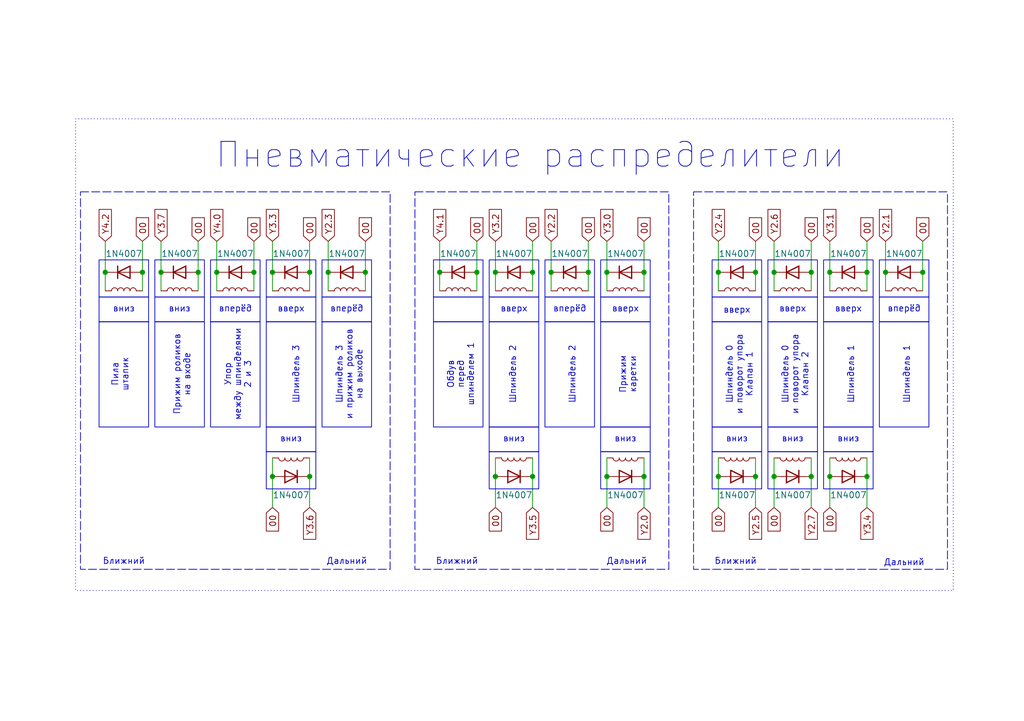
<source format=kicad_sch>
(kicad_sch (version 20231120) (generator "eeschema") (generator_version "8.0")
  (paper "A5")
  (title_block (title "Okoma") (date "08/2024") (rev "1.0"))
  (lib_symbols
    (symbol "Device:D" (pin_numbers hide) (pin_names (offset 1.016) hide)
      (property "Reference" "D" (at 0 2.54 0))
      (property "Value" "D" (at 0 -2.54 0))
      (symbol "D_0_1"
        (polyline (pts (xy -1.27 1.27) (xy -1.27 -1.27)) (stroke (width 0.254)))
        (polyline (pts (xy 1.27 0) (xy -1.27 0)))
        (polyline (pts (xy 1.27 1.27) (xy 1.27 -1.27) (xy -1.27 0) (xy 1.27 1.27)) (stroke (width 0.254)))
      )
      (symbol "D_1_1"
        (pin passive line (at -3.81 0 0) (length 2.54) (name "K") (number "1"))
        (pin passive line (at 3.81 0 180) (length 2.54) (name "A") (number "2"))
      )
    )
    (symbol "Device:L" (pin_numbers hide) (pin_names (offset 1.016) hide)
      (property "Reference" "L" (at -1.27 0 90))
      (property "Value" "L" (at 1.905 0 90))
      (symbol "L_0_1"
        (arc (start 0 -2.54) (mid 0.6323 -1.905) (end 0 -1.27))
        (arc (start 0 -1.27) (mid 0.6323 -0.635) (end 0 0))
        (arc (start 0 0) (mid 0.6323 0.635) (end 0 1.27))
        (arc (start 0 1.27) (mid 0.6323 1.905) (end 0 2.54))
      )
      (symbol "L_1_1"
        (pin passive line (at 0 3.81 270) (length 1.27) (name "1") (number "1"))
        (pin passive line (at 0 -3.81 90) (length 1.27) (name "2") (number "2"))
      )
    )
  )
  (junction (at 55.88 55.88))
  (junction (at 63.5 97.79))
  (junction (at 158.75 55.88))
  (junction (at 132.08 55.88))
  (junction (at 101.6 55.88))
  (junction (at 97.79 55.88))
  (junction (at 132.08 97.79))
  (junction (at 33.02 55.88))
  (junction (at 63.5 55.88))
  (junction (at 124.46 97.79))
  (junction (at 113.03 55.88))
  (junction (at 21.59 55.88))
  (junction (at 67.31 55.88))
  (junction (at 170.18 97.79))
  (junction (at 166.37 55.88))
  (junction (at 147.32 97.79))
  (junction (at 109.22 55.88))
  (junction (at 55.88 97.79))
  (junction (at 177.8 97.79))
  (junction (at 158.75 97.79))
  (junction (at 109.22 97.79))
  (junction (at 124.46 55.88))
  (junction (at 166.37 97.79))
  (junction (at 120.65 55.88))
  (junction (at 101.6 97.79))
  (junction (at 147.32 55.88))
  (junction (at 52.07 55.88))
  (junction (at 170.18 55.88))
  (junction (at 40.64 55.88))
  (junction (at 181.61 55.88))
  (junction (at 29.21 55.88))
  (junction (at 154.94 55.88))
  (junction (at 44.45 55.88))
  (junction (at 177.8 55.88))
  (junction (at 90.17 55.88))
  (junction (at 189.23 55.88))
  (junction (at 154.94 97.79))
  (junction (at 74.93 55.88))
  (wire (pts (xy 158.75 55.88) (xy 158.75 59.69)))
  (wire (pts (xy 109.22 104.14) (xy 109.22 97.79)))
  (wire (pts (xy 177.8 97.79) (xy 177.8 93.98)))
  (wire (pts (xy 147.32 97.79) (xy 147.32 93.98)))
  (wire (pts (xy 33.02 55.88) (xy 33.02 59.69)))
  (wire (pts (xy 44.45 49.53) (xy 44.45 55.88)))
  (wire (pts (xy 181.61 49.53) (xy 181.61 55.88)))
  (wire (pts (xy 132.08 49.53) (xy 132.08 55.88)))
  (wire (pts (xy 158.75 49.53) (xy 158.75 55.88)))
  (wire (pts (xy 52.07 49.53) (xy 52.07 55.88)))
  (wire (pts (xy 29.21 55.88) (xy 29.21 59.69)))
  (wire (pts (xy 170.18 104.14) (xy 170.18 97.79)))
  (wire (pts (xy 177.8 104.14) (xy 177.8 97.79)))
  (wire (pts (xy 109.22 55.88) (xy 109.22 59.69)))
  (wire (pts (xy 63.5 49.53) (xy 63.5 55.88)))
  (wire (pts (xy 63.5 55.88) (xy 63.5 59.69)))
  (wire (pts (xy 154.94 55.88) (xy 154.94 59.69)))
  (wire (pts (xy 158.75 104.14) (xy 158.75 97.79)))
  (wire (pts (xy 74.93 49.53) (xy 74.93 55.88)))
  (wire (pts (xy 170.18 97.79) (xy 170.18 93.98)))
  (wire (pts (xy 90.17 49.53) (xy 90.17 55.88)))
  (wire (pts (xy 29.21 49.53) (xy 29.21 55.88)))
  (wire (pts (xy 166.37 55.88) (xy 166.37 59.69)))
  (wire (pts (xy 74.93 55.88) (xy 74.93 59.69)))
  (wire (pts (xy 113.03 49.53) (xy 113.03 55.88)))
  (wire (pts (xy 63.5 97.79) (xy 63.5 93.98)))
  (wire (pts (xy 189.23 55.88) (xy 189.23 59.69)))
  (wire (pts (xy 101.6 97.79) (xy 101.6 93.98)))
  (wire (pts (xy 63.5 104.14) (xy 63.5 97.79)))
  (wire (pts (xy 124.46 49.53) (xy 124.46 55.88)))
  (wire (pts (xy 67.31 49.53) (xy 67.31 55.88)))
  (wire (pts (xy 120.65 49.53) (xy 120.65 55.88)))
  (wire (pts (xy 132.08 55.88) (xy 132.08 59.69)))
  (wire (pts (xy 55.88 55.88) (xy 55.88 59.69)))
  (wire (pts (xy 132.08 104.14) (xy 132.08 97.79)))
  (wire (pts (xy 147.32 55.88) (xy 147.32 59.69)))
  (wire (pts (xy 90.17 55.88) (xy 90.17 59.69)))
  (wire (pts (xy 124.46 55.88) (xy 124.46 59.69)))
  (wire (pts (xy 109.22 97.79) (xy 109.22 93.98)))
  (wire (pts (xy 154.94 49.53) (xy 154.94 55.88)))
  (wire (pts (xy 44.45 55.88) (xy 44.45 59.69)))
  (wire (pts (xy 177.8 55.88) (xy 177.8 59.69)))
  (wire (pts (xy 170.18 49.53) (xy 170.18 55.88)))
  (wire (pts (xy 181.61 55.88) (xy 181.61 59.69)))
  (wire (pts (xy 124.46 104.14) (xy 124.46 97.79)))
  (wire (pts (xy 166.37 104.14) (xy 166.37 97.79)))
  (wire (pts (xy 132.08 97.79) (xy 132.08 93.98)))
  (wire (pts (xy 120.65 55.88) (xy 120.65 59.69)))
  (wire (pts (xy 147.32 49.53) (xy 147.32 55.88)))
  (wire (pts (xy 166.37 49.53) (xy 166.37 55.88)))
  (wire (pts (xy 55.88 97.79) (xy 55.88 93.98)))
  (wire (pts (xy 55.88 104.14) (xy 55.88 97.79)))
  (wire (pts (xy 189.23 49.53) (xy 189.23 55.88)))
  (wire (pts (xy 101.6 104.14) (xy 101.6 97.79)))
  (wire (pts (xy 177.8 49.53) (xy 177.8 55.88)))
  (wire (pts (xy 97.79 49.53) (xy 97.79 55.88)))
  (wire (pts (xy 67.31 55.88) (xy 67.31 59.69)))
  (wire (pts (xy 124.46 97.79) (xy 124.46 93.98)))
  (wire (pts (xy 154.94 97.79) (xy 154.94 93.98)))
  (wire (pts (xy 109.22 49.53) (xy 109.22 55.88)))
  (wire (pts (xy 147.32 104.14) (xy 147.32 97.79)))
  (wire (pts (xy 97.79 55.88) (xy 97.79 59.69)))
  (wire (pts (xy 55.88 49.53) (xy 55.88 55.88)))
  (wire (pts (xy 21.59 49.53) (xy 21.59 55.88)))
  (wire (pts (xy 166.37 97.79) (xy 166.37 93.98)))
  (wire (pts (xy 21.59 55.88) (xy 21.59 59.69)))
  (wire (pts (xy 101.6 49.53) (xy 101.6 55.88)))
  (wire (pts (xy 101.6 55.88) (xy 101.6 59.69)))
  (wire (pts (xy 40.64 55.88) (xy 40.64 59.69)))
  (wire (pts (xy 33.02 49.53) (xy 33.02 55.88)))
  (wire (pts (xy 158.75 97.79) (xy 158.75 93.98)))
  (wire (pts (xy 52.07 55.88) (xy 52.07 59.69)))
  (wire (pts (xy 154.94 104.14) (xy 154.94 97.79)))
  (wire (pts (xy 170.18 55.88) (xy 170.18 59.69)))
  (wire (pts (xy 40.64 49.53) (xy 40.64 55.88)))
  (wire (pts (xy 113.03 55.88) (xy 113.03 59.69)))
  (rectangle (start 20.32 66.04) (end 30.48 87.63))
  (rectangle (start 54.61 53.34) (end 64.77 60.96))
  (rectangle (start 66.04 60.96) (end 76.2 66.04))
  (rectangle (start 146.05 66.04) (end 156.21 87.63))
  (rectangle (start 54.61 66.04) (end 64.77 87.63))
  (rectangle (start 20.32 60.96) (end 30.48 66.04))
  (rectangle (start 168.91 60.96) (end 179.07 66.04))
  (rectangle (start 157.48 53.34) (end 167.64 60.96))
  (rectangle (start 15.494 24.384) (end 195.494 121.184) (stroke (width 0) (type dot)))
  (rectangle (start 180.34 53.34) (end 190.5 60.96))
  (rectangle (start 88.9 60.96) (end 99.06 66.04))
  (rectangle (start 43.18 66.04) (end 53.34 87.63))
  (rectangle (start 146.05 87.63) (end 156.21 92.71))
  (rectangle (start 88.9 53.34) (end 99.06 60.96))
  (rectangle (start 66.04 66.04) (end 76.2 87.63))
  (rectangle (start 157.48 66.04) (end 167.64 87.63))
  (rectangle (start 100.33 60.96) (end 110.49 66.04))
  (rectangle (start 54.61 87.63) (end 64.77 92.71))
  (rectangle (start 85.09 39.37) (end 137.16 116.84) (stroke (width 0) (type dash)))
  (rectangle (start 31.75 53.34) (end 41.91 60.96))
  (rectangle (start 111.76 60.96) (end 121.92 66.04))
  (rectangle (start 157.48 92.71) (end 167.64 100.33))
  (rectangle (start 111.76 53.34) (end 121.92 60.96))
  (rectangle (start 100.33 66.04) (end 110.49 87.63))
  (rectangle (start 31.75 66.04) (end 41.91 87.63))
  (rectangle (start 111.76 66.04) (end 121.92 87.63))
  (rectangle (start 88.9 66.04) (end 99.06 87.63))
  (rectangle (start 54.61 60.96) (end 64.77 66.04))
  (rectangle (start 66.04 53.34) (end 76.2 60.96))
  (rectangle (start 100.33 53.34) (end 110.49 60.96))
  (rectangle (start 123.19 92.71) (end 133.35 100.33))
  (rectangle (start 168.91 66.04) (end 179.07 87.63))
  (rectangle (start 43.18 53.34) (end 53.34 60.96))
  (rectangle (start 123.19 53.34) (end 133.35 60.96))
  (rectangle (start 168.91 87.63) (end 179.07 92.71))
  (rectangle (start 146.05 60.96) (end 156.21 66.04))
  (rectangle (start 180.34 60.96) (end 190.5 66.04))
  (rectangle (start 168.91 53.34) (end 179.07 60.96))
  (rectangle (start 123.19 60.96) (end 133.35 66.04))
  (rectangle (start 43.18 60.96) (end 53.34 66.04))
  (rectangle (start 157.48 60.96) (end 167.64 66.04))
  (rectangle (start 157.48 87.63) (end 167.64 92.71))
  (rectangle (start 146.05 92.71) (end 156.21 100.33))
  (rectangle (start 20.32 53.34) (end 30.48 60.96))
  (rectangle (start 31.75 60.96) (end 41.91 66.04))
  (rectangle (start 146.05 53.34) (end 156.21 60.96))
  (rectangle (start 100.33 92.71) (end 110.49 100.33))
  (rectangle (start 100.33 87.63) (end 110.49 92.71))
  (rectangle (start 142.24 39.37) (end 194.31 116.84) (stroke (width 0) (type dash)))
  (rectangle (start 168.91 92.71) (end 179.07 100.33))
  (rectangle (start 16.51 39.37) (end 80.01 116.84) (stroke (width 0) (type dash)))
  (rectangle (start 54.61 92.71) (end 64.77 100.33))
  (rectangle (start 123.19 87.63) (end 133.35 92.71))
  (rectangle (start 180.34 66.04) (end 190.5 87.63))
  (rectangle (start 123.19 66.04) (end 133.35 87.63))
  (text "вверх" (at 59.69 63.5 0) (effects (font (size 1.27 1.27))))
  (text "Пила\nштапик" (at 24.638 76.962 90) (effects (font (size 1.27 1.27))))
  (text "вперёд" (at 71.12 63.5 0) (effects (font (size 1.27 1.27))))
  (text "Шпиндель 2" (at 105.156 76.962 90) (effects (font (size 1.27 1.27))))
  (text "Шпиндель 3\nи прижим роликов\nна выходе" (at 71.628 76.962 90) (effects (font (size 1.27 1.27))))
  (text "вниз" (at 151.13 90.17 0) (effects (font (size 1.27 1.27))))
  (text "Шпиндель 0\nи поворот упора\nКлапан 2" (at 163.068 76.962 90) (effects (font (size 1.27 1.27))))
  (text "Дальний" (at 185.42 115.57 0) (effects (font (size 1.27 1.27))))
  (text "Ближний" (at 150.876 115.316 0) (effects (font (size 1.27 1.27))))
  (text "Прижим роликов\nна входе" (at 37.338 76.962 90) (effects (font (size 1.27 1.27))))
  (text "вперёд" (at 48.26 63.5 0) (effects (font (size 1.27 1.27))))
  (text "Шпиндель 0\nи поворот упора\nКлапан 1" (at 151.638 76.962 90) (effects (font (size 1.27 1.27))))
  (text "Шпиндель 1" (at 174.498 76.962 90) (effects (font (size 1.27 1.27))))
  (text "Пневматические распределители" (at 108.712 32.004 0) (effects (font (size 5.08 5.08))))
  (text "вверх" (at 173.99 63.5 0) (effects (font (size 1.27 1.27))))
  (text "вверх" (at 151.13 63.754 0) (effects (font (size 1.27 1.27))))
  (text "вниз" (at 162.56 90.17 0) (effects (font (size 1.27 1.27))))
  (text "вниз" (at 59.69 90.17 0) (effects (font (size 1.27 1.27))))
  (text "Дальний" (at 128.524 115.316 0) (effects (font (size 1.27 1.27))))
  (text "вверх" (at 162.56 63.5 0) (effects (font (size 1.27 1.27))))
  (text "Шпиндель 2" (at 117.348 76.962 90) (effects (font (size 1.27 1.27))))
  (text "Упор\nмежду шпинделями\n2 и 3" (at 48.768 76.962 90) (effects (font (size 1.27 1.27))))
  (text "вперёд" (at 116.84 63.5 0) (effects (font (size 1.27 1.27))))
  (text "вниз" (at 36.83 63.5 0) (effects (font (size 1.27 1.27))))
  (text "вверх" (at 105.41 63.5 0) (effects (font (size 1.27 1.27))))
  (text "вниз" (at 105.41 90.17 0) (effects (font (size 1.27 1.27))))
  (text "вверх" (at 128.27 63.5 0) (effects (font (size 1.27 1.27))))
  (text "Ближний" (at 93.726 115.316 0) (effects (font (size 1.27 1.27))))
  (text "Шпиндель 3" (at 60.706 76.962 90) (effects (font (size 1.27 1.27))))
  (text "Шпиндель 1" (at 185.928 76.962 90) (effects (font (size 1.27 1.27))))
  (text "вниз" (at 25.4 63.5 0) (effects (font (size 1.27 1.27))))
  (text "вниз" (at 128.27 90.17 0) (effects (font (size 1.27 1.27))))
  (text "Дальний" (at 71.12 115.316 0) (effects (font (size 1.27 1.27))))
  (text "Обдув\nперед\nшпинделем 1" (at 94.488 76.962 90) (effects (font (size 1.27 1.27))))
  (text "вперёд" (at 185.42 63.5 0) (effects (font (size 1.27 1.27))))
  (text "Прижим\nкаретки" (at 128.778 76.962 90) (effects (font (size 1.27 1.27))))
  (text "Ближний" (at 25.4 115.316 0) (effects (font (size 1.27 1.27))))
  (text "вниз" (at 173.99 90.17 0) (effects (font (size 1.27 1.27))))
  (global_label "00" (shape input) (at 170.18 104.14 270) (property "Intersheetrefs" "${INTERSHEET_REFS}" (effects (hide yes))))
  (global_label "00" (shape input) (at 189.23 49.53 90) (property "Intersheetrefs" "${INTERSHEET_REFS}" (effects (hide yes))))
  (global_label "00" (shape input) (at 124.46 104.14 270) (property "Intersheetrefs" "${INTERSHEET_REFS}" (effects (hide yes))))
  (global_label "00" (shape input) (at 120.65 49.53 90) (property "Intersheetrefs" "${INTERSHEET_REFS}" (effects (hide yes))))
  (global_label "00" (shape input) (at 132.08 49.53 90) (property "Intersheetrefs" "${INTERSHEET_REFS}" (effects (hide yes))))
  (global_label "Y3.2" (shape input) (at 101.6 49.53 90) (property "Intersheetrefs" "${INTERSHEET_REFS}" (effects (hide yes))))
  (global_label "00" (shape input) (at 40.64 49.53 90) (property "Intersheetrefs" "${INTERSHEET_REFS}" (effects (hide yes))))
  (global_label "Y3.5" (shape input) (at 109.22 104.14 270) (property "Intersheetrefs" "${INTERSHEET_REFS}" (effects (hide yes))))
  (global_label "00" (shape input) (at 74.93 49.53 90) (property "Intersheetrefs" "${INTERSHEET_REFS}" (effects (hide yes))))
  (global_label "00" (shape input) (at 154.94 49.53 90) (property "Intersheetrefs" "${INTERSHEET_REFS}" (effects (hide yes))))
  (global_label "Y3.6" (shape input) (at 63.5 104.14 270) (property "Intersheetrefs" "${INTERSHEET_REFS}" (effects (hide yes))))
  (global_label "00" (shape input) (at 52.07 49.53 90) (property "Intersheetrefs" "${INTERSHEET_REFS}" (effects (hide yes))))
  (global_label "00" (shape input) (at 97.79 49.53 90) (property "Intersheetrefs" "${INTERSHEET_REFS}" (effects (hide yes))))
  (global_label "Y2.7" (shape input) (at 166.37 104.14 270) (property "Intersheetrefs" "${INTERSHEET_REFS}" (effects (hide yes))))
  (global_label "Y3.4" (shape input) (at 177.8 104.14 270) (property "Intersheetrefs" "${INTERSHEET_REFS}" (effects (hide yes))))
  (global_label "00" (shape input) (at 147.32 104.14 270) (property "Intersheetrefs" "${INTERSHEET_REFS}" (effects (hide yes))))
  (global_label "Y3.3" (shape input) (at 55.88 49.53 90) (property "Intersheetrefs" "${INTERSHEET_REFS}" (effects (hide yes))))
  (global_label "Y4.2" (shape input) (at 21.59 49.53 90) (property "Intersheetrefs" "${INTERSHEET_REFS}" (effects (hide yes))))
  (global_label "Y3.1" (shape input) (at 170.18 49.53 90) (property "Intersheetrefs" "${INTERSHEET_REFS}" (effects (hide yes))))
  (global_label "00" (shape input) (at 63.5 49.53 90) (property "Intersheetrefs" "${INTERSHEET_REFS}" (effects (hide yes))))
  (global_label "Y2.3" (shape input) (at 67.31 49.53 90) (property "Intersheetrefs" "${INTERSHEET_REFS}" (effects (hide yes))))
  (global_label "Y2.6" (shape input) (at 158.75 49.53 90) (property "Intersheetrefs" "${INTERSHEET_REFS}" (effects (hide yes))))
  (global_label "00" (shape input) (at 166.37 49.53 90) (property "Intersheetrefs" "${INTERSHEET_REFS}" (effects (hide yes))))
  (global_label "Y2.2" (shape input) (at 113.03 49.53 90) (property "Intersheetrefs" "${INTERSHEET_REFS}" (effects (hide yes))))
  (global_label "00" (shape input) (at 101.6 104.14 270) (property "Intersheetrefs" "${INTERSHEET_REFS}" (effects (hide yes))))
  (global_label "Y2.5" (shape input) (at 154.94 104.14 270) (property "Intersheetrefs" "${INTERSHEET_REFS}" (effects (hide yes))))
  (global_label "Y4.1" (shape input) (at 90.17 49.53 90) (property "Intersheetrefs" "${INTERSHEET_REFS}" (effects (hide yes))))
  (global_label "00" (shape input) (at 158.75 104.14 270) (property "Intersheetrefs" "${INTERSHEET_REFS}" (effects (hide yes))))
  (global_label "00" (shape input) (at 177.8 49.53 90) (property "Intersheetrefs" "${INTERSHEET_REFS}" (effects (hide yes))))
  (global_label "00" (shape input) (at 55.88 104.14 270) (property "Intersheetrefs" "${INTERSHEET_REFS}" (effects (hide yes))))
  (global_label "Y2.0" (shape input) (at 132.08 104.14 270) (property "Intersheetrefs" "${INTERSHEET_REFS}" (effects (hide yes))))
  (global_label "Y3.7" (shape input) (at 33.02 49.53 90) (property "Intersheetrefs" "${INTERSHEET_REFS}" (effects (hide yes))))
  (global_label "00" (shape input) (at 29.21 49.53 90) (property "Intersheetrefs" "${INTERSHEET_REFS}" (effects (hide yes))))
  (global_label "Y4.0" (shape input) (at 44.45 49.53 90) (property "Intersheetrefs" "${INTERSHEET_REFS}" (effects (hide yes))))
  (global_label "Y2.1" (shape input) (at 181.61 49.53 90) (property "Intersheetrefs" "${INTERSHEET_REFS}" (effects (hide yes))))
  (global_label "00" (shape input) (at 109.22 49.53 90) (property "Intersheetrefs" "${INTERSHEET_REFS}" (effects (hide yes))))
  (global_label "Y2.4" (shape input) (at 147.32 49.53 90) (property "Intersheetrefs" "${INTERSHEET_REFS}" (effects (hide yes))))
  (global_label "Y3.0" (shape input) (at 124.46 49.53 90) (property "Intersheetrefs" "${INTERSHEET_REFS}" (effects (hide yes))))
  (symbol (lib_id "Device:D") (at 185.42 55.88 0) (unit 1)
    (property "Reference" "D?" (effects (hide yes)))
    (property "Value" "1N4007" (at 185.42 52.07 0))
    (property "Description" "Diode" (effects (hide yes)))
    (property "Sim.Device" "D" (effects (hide yes)))
    (property "Sim.Pins" "1=K 2=A" (effects (hide yes)))
  )
  (symbol (lib_id "Device:L") (at 162.56 93.98 270) (unit 1)
    (property "Reference" "L?" (effects (hide yes)))
    (property "Value" "L" (effects (hide yes)))
    (property "Description" "Inductor" (effects (hide yes)))
  )
  (symbol (lib_id "Device:D") (at 173.99 55.88 0) (unit 1)
    (property "Reference" "D?" (effects (hide yes)))
    (property "Value" "1N4007" (at 173.99 52.07 0))
    (property "Description" "Diode" (effects (hide yes)))
    (property "Sim.Device" "D" (effects (hide yes)))
    (property "Sim.Pins" "1=K 2=A" (effects (hide yes)))
  )
  (symbol (lib_id "Device:L") (at 185.42 59.69 90) (unit 1)
    (property "Reference" "L?" (effects (hide yes)))
    (property "Value" "L" (effects (hide yes)))
    (property "Description" "Inductor" (effects (hide yes)))
  )
  (symbol (lib_id "Device:D") (at 128.27 55.88 0) (unit 1)
    (property "Reference" "D?" (effects (hide yes)))
    (property "Value" "1N4007" (at 128.27 52.07 0))
    (property "Description" "Diode" (effects (hide yes)))
    (property "Sim.Device" "D" (effects (hide yes)))
    (property "Sim.Pins" "1=K 2=A" (effects (hide yes)))
  )
  (symbol (lib_id "Device:D") (at 116.84 55.88 0) (unit 1)
    (property "Reference" "D?" (effects (hide yes)))
    (property "Value" "1N4007" (at 116.84 52.07 0))
    (property "Description" "Diode" (effects (hide yes)))
    (property "Sim.Device" "D" (effects (hide yes)))
    (property "Sim.Pins" "1=K 2=A" (effects (hide yes)))
  )
  (symbol (lib_id "Device:L") (at 93.98 59.69 90) (unit 1)
    (property "Reference" "L?" (effects (hide yes)))
    (property "Value" "L" (effects (hide yes)))
    (property "Description" "Inductor" (effects (hide yes)))
  )
  (symbol (lib_id "Device:D") (at 173.99 97.79 180) (unit 1)
    (property "Reference" "D?" (effects (hide yes)))
    (property "Value" "1N4007" (at 173.99 101.6 0))
    (property "Description" "Diode" (effects (hide yes)))
    (property "Sim.Device" "D" (effects (hide yes)))
    (property "Sim.Pins" "1=K 2=A" (effects (hide yes)))
  )
  (symbol (lib_id "Device:L") (at 116.84 59.69 90) (unit 1)
    (property "Reference" "L?" (effects (hide yes)))
    (property "Value" "L" (effects (hide yes)))
    (property "Description" "Inductor" (effects (hide yes)))
  )
  (symbol (lib_id "Device:D") (at 25.4 55.88 0) (unit 1)
    (property "Reference" "D?" (effects (hide yes)))
    (property "Value" "1N4007" (at 25.4 52.07 0))
    (property "Description" "Diode" (effects (hide yes)))
    (property "Sim.Device" "D" (effects (hide yes)))
    (property "Sim.Pins" "1=K 2=A" (effects (hide yes)))
  )
  (symbol (lib_id "Device:L") (at 59.69 93.98 270) (unit 1)
    (property "Reference" "L?" (effects (hide yes)))
    (property "Value" "L" (effects (hide yes)))
    (property "Description" "Inductor" (effects (hide yes)))
  )
  (symbol (lib_id "Device:L") (at 36.83 59.69 90) (unit 1)
    (property "Reference" "L?" (effects (hide yes)))
    (property "Value" "L" (effects (hide yes)))
    (property "Description" "Inductor" (effects (hide yes)))
  )
  (symbol (lib_id "Device:L") (at 48.26 59.69 90) (unit 1)
    (property "Reference" "L?" (effects (hide yes)))
    (property "Value" "L" (effects (hide yes)))
    (property "Description" "Inductor" (effects (hide yes)))
  )
  (symbol (lib_id "Device:L") (at 128.27 93.98 270) (unit 1)
    (property "Reference" "L?" (effects (hide yes)))
    (property "Value" "L" (effects (hide yes)))
    (property "Description" "Inductor" (effects (hide yes)))
  )
  (symbol (lib_id "Device:L") (at 151.13 93.98 270) (unit 1)
    (property "Reference" "L?" (effects (hide yes)))
    (property "Value" "L" (effects (hide yes)))
    (property "Description" "Inductor" (effects (hide yes)))
  )
  (symbol (lib_id "Device:D") (at 105.41 97.79 180) (unit 1)
    (property "Reference" "D?" (effects (hide yes)))
    (property "Value" "1N4007" (at 105.41 101.6 0))
    (property "Description" "Diode" (effects (hide yes)))
    (property "Sim.Device" "D" (effects (hide yes)))
    (property "Sim.Pins" "1=K 2=A" (effects (hide yes)))
  )
  (symbol (lib_id "Device:D") (at 93.98 55.88 0) (unit 1)
    (property "Reference" "D?" (effects (hide yes)))
    (property "Value" "1N4007" (at 93.98 52.07 0))
    (property "Description" "Diode" (effects (hide yes)))
    (property "Sim.Device" "D" (effects (hide yes)))
    (property "Sim.Pins" "1=K 2=A" (effects (hide yes)))
  )
  (symbol (lib_id "Device:L") (at 151.13 59.69 90) (unit 1)
    (property "Reference" "L?" (effects (hide yes)))
    (property "Value" "L" (effects (hide yes)))
    (property "Description" "Inductor" (effects (hide yes)))
  )
  (symbol (lib_id "Device:D") (at 105.41 55.88 0) (unit 1)
    (property "Reference" "D?" (effects (hide yes)))
    (property "Value" "1N4007" (at 105.41 52.07 0))
    (property "Description" "Diode" (effects (hide yes)))
    (property "Sim.Device" "D" (effects (hide yes)))
    (property "Sim.Pins" "1=K 2=A" (effects (hide yes)))
  )
  (symbol (lib_id "Device:D") (at 59.69 97.79 180) (unit 1)
    (property "Reference" "D?" (effects (hide yes)))
    (property "Value" "1N4007" (at 59.69 101.6 0))
    (property "Description" "Diode" (effects (hide yes)))
    (property "Sim.Device" "D" (effects (hide yes)))
    (property "Sim.Pins" "1=K 2=A" (effects (hide yes)))
  )
  (symbol (lib_id "Device:D") (at 36.83 55.88 0) (unit 1)
    (property "Reference" "D?" (effects (hide yes)))
    (property "Value" "1N4007" (at 36.83 52.07 0))
    (property "Description" "Diode" (effects (hide yes)))
    (property "Sim.Device" "D" (effects (hide yes)))
    (property "Sim.Pins" "1=K 2=A" (effects (hide yes)))
  )
  (symbol (lib_id "Device:L") (at 25.4 59.69 90) (unit 1)
    (property "Reference" "L?" (effects (hide yes)))
    (property "Value" "L" (effects (hide yes)))
    (property "Description" "Inductor" (effects (hide yes)))
  )
  (symbol (lib_id "Device:L") (at 59.69 59.69 90) (unit 1)
    (property "Reference" "L?" (effects (hide yes)))
    (property "Value" "L" (effects (hide yes)))
    (property "Description" "Inductor" (effects (hide yes)))
  )
  (symbol (lib_id "Device:L") (at 173.99 93.98 270) (unit 1)
    (property "Reference" "L?" (effects (hide yes)))
    (property "Value" "L" (effects (hide yes)))
    (property "Description" "Inductor" (effects (hide yes)))
  )
  (symbol (lib_id "Device:D") (at 128.27 97.79 180) (unit 1)
    (property "Reference" "D?" (effects (hide yes)))
    (property "Value" "1N4007" (at 128.27 101.6 0))
    (property "Description" "Diode" (effects (hide yes)))
    (property "Sim.Device" "D" (effects (hide yes)))
    (property "Sim.Pins" "1=K 2=A" (effects (hide yes)))
  )
  (symbol (lib_id "Device:D") (at 151.13 55.88 0) (unit 1)
    (property "Reference" "D?" (effects (hide yes)))
    (property "Value" "1N4007" (at 151.13 52.07 0))
    (property "Description" "Diode" (effects (hide yes)))
    (property "Sim.Device" "D" (effects (hide yes)))
    (property "Sim.Pins" "1=K 2=A" (effects (hide yes)))
  )
  (symbol (lib_id "Device:L") (at 105.41 93.98 270) (unit 1)
    (property "Reference" "L?" (effects (hide yes)))
    (property "Value" "L" (effects (hide yes)))
    (property "Description" "Inductor" (effects (hide yes)))
  )
  (symbol (lib_id "Device:L") (at 105.41 59.69 90) (unit 1)
    (property "Reference" "L?" (effects (hide yes)))
    (property "Value" "L" (effects (hide yes)))
    (property "Description" "Inductor" (effects (hide yes)))
  )
  (symbol (lib_id "Device:D") (at 162.56 97.79 180) (unit 1)
    (property "Reference" "D?" (effects (hide yes)))
    (property "Value" "1N4007" (at 162.56 101.6 0))
    (property "Description" "Diode" (effects (hide yes)))
    (property "Sim.Device" "D" (effects (hide yes)))
    (property "Sim.Pins" "1=K 2=A" (effects (hide yes)))
  )
  (symbol (lib_id "Device:L") (at 128.27 59.69 90) (unit 1)
    (property "Reference" "L?" (effects (hide yes)))
    (property "Value" "L" (effects (hide yes)))
    (property "Description" "Inductor" (effects (hide yes)))
  )
  (symbol (lib_id "Device:D") (at 71.12 55.88 0) (unit 1)
    (property "Reference" "D?" (effects (hide yes)))
    (property "Value" "1N4007" (at 71.12 52.07 0))
    (property "Description" "Diode" (effects (hide yes)))
    (property "Sim.Device" "D" (effects (hide yes)))
    (property "Sim.Pins" "1=K 2=A" (effects (hide yes)))
  )
  (symbol (lib_id "Device:D") (at 162.56 55.88 0) (unit 1)
    (property "Reference" "D?" (effects (hide yes)))
    (property "Value" "1N4007" (at 162.56 52.07 0))
    (property "Description" "Diode" (effects (hide yes)))
    (property "Sim.Device" "D" (effects (hide yes)))
    (property "Sim.Pins" "1=K 2=A" (effects (hide yes)))
  )
  (symbol (lib_id "Device:D") (at 48.26 55.88 0) (unit 1)
    (property "Reference" "D?" (effects (hide yes)))
    (property "Value" "1N4007" (at 48.26 52.07 0))
    (property "Description" "Diode" (effects (hide yes)))
    (property "Sim.Device" "D" (effects (hide yes)))
    (property "Sim.Pins" "1=K 2=A" (effects (hide yes)))
  )
  (symbol (lib_id "Device:D") (at 151.13 97.79 180) (unit 1)
    (property "Reference" "D?" (effects (hide yes)))
    (property "Value" "1N4007" (at 151.13 101.6 0))
    (property "Description" "Diode" (effects (hide yes)))
    (property "Sim.Device" "D" (effects (hide yes)))
    (property "Sim.Pins" "1=K 2=A" (effects (hide yes)))
  )
  (symbol (lib_id "Device:L") (at 162.56 59.69 90) (unit 1)
    (property "Reference" "L?" (effects (hide yes)))
    (property "Value" "L" (effects (hide yes)))
    (property "Description" "Inductor" (effects (hide yes)))
  )
  (symbol (lib_id "Device:L") (at 71.12 59.69 90) (unit 1)
    (property "Reference" "L?" (effects (hide yes)))
    (property "Value" "L" (effects (hide yes)))
    (property "Description" "Inductor" (effects (hide yes)))
  )
  (symbol (lib_id "Device:D") (at 59.69 55.88 0) (unit 1)
    (property "Reference" "D?" (effects (hide yes)))
    (property "Value" "1N4007" (at 59.69 52.07 0))
    (property "Description" "Diode" (effects (hide yes)))
    (property "Sim.Device" "D" (effects (hide yes)))
    (property "Sim.Pins" "1=K 2=A" (effects (hide yes)))
  )
  (symbol (lib_id "Device:L") (at 173.99 59.69 90) (unit 1)
    (property "Reference" "L?" (effects (hide yes)))
    (property "Value" "L" (effects (hide yes)))
    (property "Description" "Inductor" (effects (hide yes)))
  )
)
</source>
